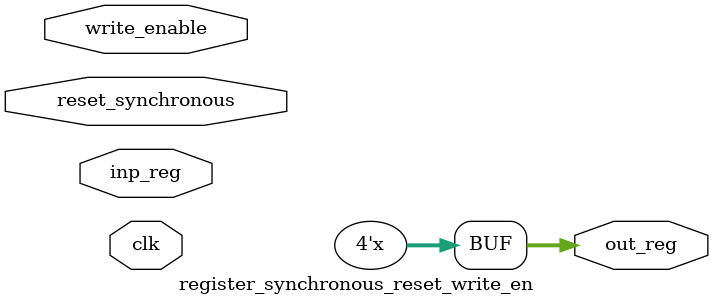
<source format=v>
module register_synchronous_reset_write_en #(parameter W = 4) 
	(
	input clk, 
	input write_enable,
	input reset_synchronous, // Reset == 1 --> Clear Register Content @ Next Rising Edge
	input [W-1:0] inp_reg, 
	output reg [W-1:0] out_reg
	);
	
	always @(posedge clk) // Sequential Circuit
		begin
			if (reset_synchronous == 1)
				out_reg <= 0; // Reset at the next clock cycle
			else if (reset_synchronous == 0 && write_enable == 1)
				out_reg <= inp_reg; // Load output at the next clock cycle with parallel input
		end
		
	always @(*)
		begin
			out_reg = out_reg;		
		end
	
endmodule


</source>
